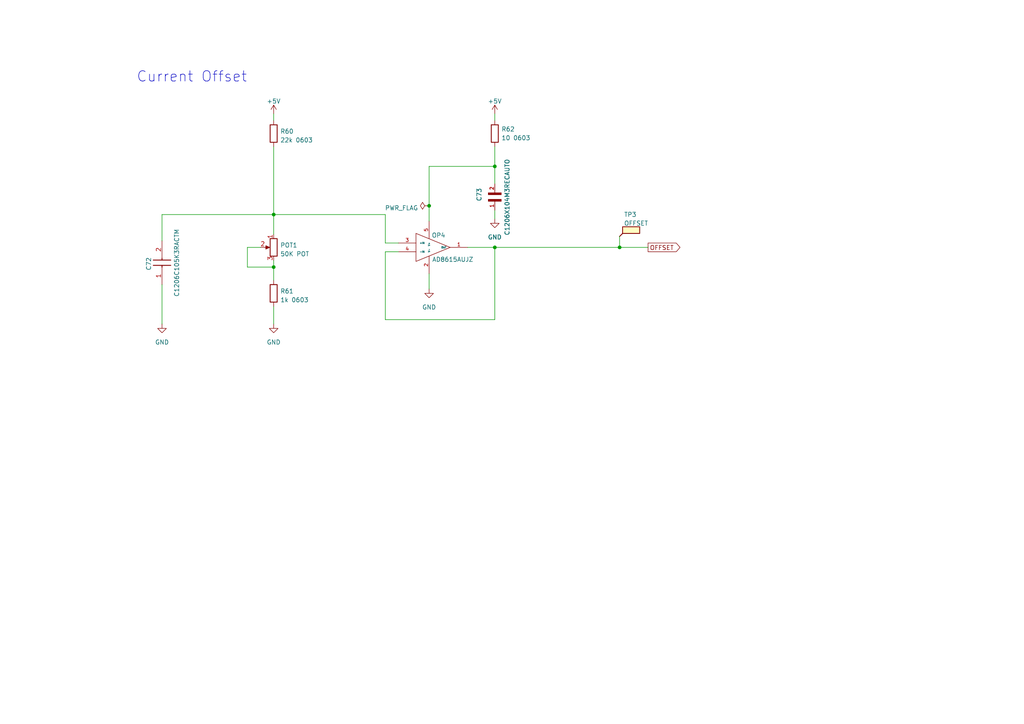
<source format=kicad_sch>
(kicad_sch (version 20231120) (generator "eeschema") (generator_version "8.0")
  (paper "A4")
  (lib_symbols
    (symbol "AD8615:AD8615AUJZ" (pin_names (offset 1.016))
      (property "Reference" "OP" (at 3.556 -12.954 0))
      (property "Value" "AD8615AUJZ" (at 8.128 -21.59 0))
      (symbol "AD8615AUJZ_0_0"
        (pin output line (at 11.176 -17.78 180) (length 5.08) (name "OUT") (number "1"))
        (pin power_in line (at 0 -25.4 90) (length 5.08) (name "V-") (number "2"))
        (pin input line (at -8.89 -16.51 0) (length 5.08) (name "+IN") (number "3"))
        (pin input line (at -8.89 -19.05 0) (length 5.08) (name "-IN") (number "4"))
        (pin power_in line (at 0 -10.16 270) (length 5.08) (name "V+") (number "5"))
      )
      (symbol "AD8615AUJZ_0_1"
        (polyline (pts (xy -3.81 -13.716) (xy -3.81 -21.844) (xy 6.096 -17.78) (xy -3.81 -13.716)))
      )
    )
    (symbol "C1206C105K3RACTM:C1206C105K3RACTM" (pin_names hide)
      (property "Reference" "C" (at 8.89 6.35 0))
      (property "Value" "C1206C105K3RACTM" (at 8.89 3.81 0))
      (symbol "C1206C105K3RACTM_1_1"
        (polyline (pts (xy 5.08 0) (xy 5.588 0)) (stroke (width 0.254)))
        (polyline (pts (xy 5.588 2.54) (xy 5.588 -2.54)) (stroke (width 0.254)))
        (polyline (pts (xy 7.112 0) (xy 7.62 0)) (stroke (width 0.254)))
        (polyline (pts (xy 7.112 2.54) (xy 7.112 -2.54)) (stroke (width 0.254)))
        (pin passive line (at 0 0 0) (length 5.08) (name "1") (number "1"))
        (pin passive line (at 12.7 0 180) (length 5.08) (name "2") (number "2"))
      )
    )
    (symbol "C1206X104M3RECAUTO:C1206X104M3RECAUTO" (pin_names (offset 1.016))
      (property "Reference" "C" (at 0 3.8109 0))
      (property "Value" "C1206X104M3RECAUTO" (at 0 -5.0885 0))
      (symbol "C1206X104M3RECAUTO_0_0"
        (rectangle (start 0 -1.9069) (end 0.635 1.905) (stroke (width 0.1)) (fill (type outline)))
        (rectangle (start 1.9069 -1.9069) (end 2.54 1.905) (stroke (width 0.1)) (fill (type outline)))
        (pin passive line (at -2.54 0 0) (length 2.54) (name "~") (number "1"))
        (pin passive line (at 5.08 0 180) (length 2.54) (name "~") (number "2"))
      )
    )
    (symbol "Connector:TestPoint_Flag" (pin_numbers hide) (pin_names (offset 0.762) hide)
      (property "Reference" "TP" (at 3.429 1.778 0))
      (property "Value" "TestPoint_Flag" (at 3.302 4.191 0))
      (symbol "TestPoint_Flag_0_1"
        (polyline (pts (xy 0 0) (xy 0.889 0.889)) (stroke (width 0.254)))
        (rectangle (start 0.889 2.794) (end 5.842 0.889) (stroke (width 0.254)) (fill (type background)))
      )
      (symbol "TestPoint_Flag_1_1"
        (pin passive line (at 0 0 90) (length 0) (name "1") (number "1"))
      )
    )
    (symbol "Device:R" (pin_numbers hide) (pin_names (offset 0))
      (property "Reference" "R" (at 2.032 0 90))
      (property "Value" "R" (at 0 0 90))
      (symbol "R_0_1"
        (rectangle (start -1.016 -2.54) (end 1.016 2.54) (stroke (width 0.254)))
      )
      (symbol "R_1_1"
        (pin passive line (at 0 3.81 270) (length 1.27) (name "~") (number "1"))
        (pin passive line (at 0 -3.81 90) (length 1.27) (name "~") (number "2"))
      )
    )
    (symbol "Device:R_Potentiometer" (pin_names (offset 1.016) hide)
      (property "Reference" "RV" (at -4.445 0 90))
      (property "Value" "R_Potentiometer" (at -2.54 0 90))
      (symbol "R_Potentiometer_0_1"
        (polyline (pts (xy 2.54 0) (xy 1.524 0)))
        (polyline (pts (xy 1.143 0) (xy 2.286 0.508) (xy 2.286 -0.508) (xy 1.143 0)) (fill (type outline)))
        (rectangle (start 1.016 2.54) (end -1.016 -2.54) (stroke (width 0.254)))
      )
      (symbol "R_Potentiometer_1_1"
        (pin passive line (at 0 3.81 270) (length 1.27) (name "1") (number "1"))
        (pin passive line (at 3.81 0 180) (length 1.27) (name "2") (number "2"))
        (pin passive line (at 0 -3.81 90) (length 1.27) (name "3") (number "3"))
      )
    )
    (symbol "power:+5V" (power) (pin_names (offset 0))
      (property "Value" "+5V" (at 0 3.556 0))
      (symbol "+5V_0_1"
        (polyline (pts (xy -0.762 1.27) (xy 0 2.54)))
        (polyline (pts (xy 0 0) (xy 0 2.54)))
        (polyline (pts (xy 0 2.54) (xy 0.762 1.27)))
      )
      (symbol "+5V_1_1"
        (pin power_in line (at 0 0 90) (length 0) hide (name "+5V") (number "1"))
      )
    )
    (symbol "power:GND" (power) (pin_names (offset 0))
      (property "Value" "GND" (at 0 -3.81 0))
      (symbol "GND_0_1"
        (polyline (pts (xy 0 0) (xy 0 -1.27) (xy 1.27 -1.27) (xy 0 -2.54) (xy -1.27 -1.27) (xy 0 -1.27)))
      )
      (symbol "GND_1_1"
        (pin power_in line (at 0 0 270) (length 0) hide (name "GND") (number "1"))
      )
    )
    (symbol "power:PWR_FLAG" (power) (pin_numbers hide) (pin_names (offset 0) hide)
      (property "Value" "PWR_FLAG" (at 0 3.81 0))
      (symbol "PWR_FLAG_0_0"
        (pin power_out line (at 0 0 90) (length 0) (name "pwr") (number "1"))
      )
      (symbol "PWR_FLAG_0_1"
        (polyline (pts (xy 0 0) (xy 0 1.27) (xy -1.016 1.905) (xy 0 2.54) (xy 1.016 1.905) (xy 0 1.27)))
      )
    )
  )
  (junction (at 79.375 77.47))
  (junction (at 179.705 71.755))
  (junction (at 79.375 62.23))
  (junction (at 143.51 48.26))
  (junction (at 143.51 71.755))
  (junction (at 124.46 59.69))
  (wire (pts (xy 135.636 71.755) (xy 143.51 71.755)))
  (wire (pts (xy 143.51 33.02) (xy 143.51 34.925)))
  (wire (pts (xy 111.76 62.23) (xy 79.375 62.23)))
  (wire (pts (xy 124.46 64.135) (xy 124.46 59.69)))
  (wire (pts (xy 115.57 70.485) (xy 111.76 70.485)))
  (wire (pts (xy 111.76 73.025) (xy 115.57 73.025)))
  (wire (pts (xy 179.705 71.755) (xy 187.96 71.755)))
  (wire (pts (xy 46.99 82.55) (xy 46.99 93.98)))
  (wire (pts (xy 124.46 79.375) (xy 124.46 83.82)))
  (wire (pts (xy 79.375 62.23) (xy 79.375 67.945)))
  (wire (pts (xy 143.51 71.755) (xy 179.705 71.755)))
  (wire (pts (xy 79.375 77.47) (xy 79.375 81.28)))
  (wire (pts (xy 79.375 62.23) (xy 46.99 62.23)))
  (wire (pts (xy 143.51 60.96) (xy 143.51 63.5)))
  (wire (pts (xy 111.76 73.025) (xy 111.76 92.71)))
  (wire (pts (xy 79.375 75.565) (xy 79.375 77.47)))
  (wire (pts (xy 71.755 71.755) (xy 71.755 77.47)))
  (wire (pts (xy 143.51 42.545) (xy 143.51 48.26)))
  (wire (pts (xy 124.46 59.69) (xy 124.46 48.26)))
  (wire (pts (xy 79.375 88.9) (xy 79.375 93.98)))
  (wire (pts (xy 111.76 92.71) (xy 143.51 92.71)))
  (wire (pts (xy 124.46 48.26) (xy 143.51 48.26)))
  (wire (pts (xy 143.51 48.26) (xy 143.51 53.34)))
  (wire (pts (xy 79.375 42.545) (xy 79.375 62.23)))
  (wire (pts (xy 179.705 68.58) (xy 179.705 71.755)))
  (wire (pts (xy 143.51 71.755) (xy 143.51 92.71)))
  (wire (pts (xy 71.755 77.47) (xy 79.375 77.47)))
  (wire (pts (xy 111.76 70.485) (xy 111.76 62.23)))
  (wire (pts (xy 75.565 71.755) (xy 71.755 71.755)))
  (wire (pts (xy 79.375 33.02) (xy 79.375 34.925)))
  (wire (pts (xy 46.99 62.23) (xy 46.99 69.85)))
  (text "Current Offset" (at 71.755 24.13 0) (effects (font (size 3 3)) (justify right bottom)))
  (global_label "OFFSET" (shape output) (at 187.96 71.755 0) (property "Intersheetrefs" "${INTERSHEET_REFS}" (effects (hide yes))))
  (symbol (lib_id "Device:R") (at 79.375 38.735 0) (unit 1)
    (property "Reference" "R60" (at 81.28 38.1 0) (effects (justify left)))
    (property "Value" "22k 0603" (at 81.28 40.64 0) (effects (justify left)))
    (property "Footprint" "Resistor-Footprint:R60" (effects (hide yes)))
  )
  (symbol (lib_id "power:+5V") (at 79.375 33.02 0) (unit 1)
    (property "Reference" "#PWR044" (effects (hide yes)))
    (property "Value" "+5V" (at 79.375 29.3624 0))
  )
  (symbol (lib_id "Device:R") (at 79.375 85.09 0) (unit 1)
    (property "Reference" "R61" (at 81.28 84.455 0) (effects (justify left)))
    (property "Value" "1k 0603" (at 81.28 86.995 0) (effects (justify left)))
    (property "Footprint" "Resistor-Footprint:R61" (effects (hide yes)))
  )
  (symbol (lib_id "power:GND") (at 46.99 93.98 0) (unit 1)
    (property "Reference" "#PWR043" (effects (hide yes)))
    (property "Value" "GND" (at 46.99 99.2632 0))
  )
  (symbol (lib_id "Connector:TestPoint_Flag") (at 179.705 68.58 0) (unit 1)
    (property "Reference" "TP3" (at 180.975 62.23 0) (effects (justify left)))
    (property "Value" "OFFSET" (at 180.975 64.77 0) (effects (justify left)))
  )
  (symbol (lib_id "C1206X104M3RECAUTO:C1206X104M3RECAUTO") (at 143.51 58.42 90) (unit 1)
    (property "Reference" "C73" (at 139.6991 58.42 0) (effects (justify left bottom)))
    (property "Value" "C1206X104M3RECAUTO" (at 147.828 68.326 0) (effects (justify left bottom)))
    (property "Footprint" "Capacitor-Footprints-1206:CAPC3316X140N" (effects (hide yes)))
  )
  (symbol (lib_id "C1206C105K3RACTM:C1206C105K3RACTM") (at 46.99 82.55 90) (unit 1)
    (property "Reference" "C72" (at 42.418 78.486 0) (effects (justify left top)))
    (property "Value" "C1206C105K3RACTM" (at 50.546 86.106 0) (effects (justify left top)))
    (property "Footprint" "Capacitor-Footprints-1206:C72" (effects (hide yes)))
    (property "Datasheet" "https://content.kemet.com/datasheets/KEM_C1002_X7R_SMD.pdf" (effects (hide yes)))
    (property "Description" "SMD Comm X7R, Ceramic, 1 uF, 10%, 25 VDC, 62.5 VDC, 125C, -55C, X7R, SMD, MLCC, Temperature Stable, Class II, 3.5 % , 500 MOhms, 31 mg, 1206, 3.2mm, 1.6mm, 1.2mm, 0.5mm, 2500, 78  Weeks, 80" (effects (hide yes)))
    (property "Mouser Part Number" "80-C1206C105K3RACTM" (effects (hide yes)))
    (property "Mouser Price/Stock" "https://www.mouser.co.uk/ProductDetail/KEMET/C1206C105K3RACTM?qs=ED%252B2xvMfDz3XPPQCqty55A%3D%3D" (effects (hide yes)))
    (property "Manufacturer_Name" "KEMET" (effects (hide yes)))
    (property "Manufacturer_Part_Number" "C1206C105K3RACTM" (effects (hide yes)))
  )
  (symbol (lib_id "Device:R") (at 143.51 38.735 0) (unit 1)
    (property "Reference" "R62" (at 145.415 37.465 0) (effects (justify left)))
    (property "Value" "10 0603" (at 145.415 40.005 0) (effects (justify left)))
    (property "Footprint" "Resistor-Footprint:R12" (effects (hide yes)))
  )
  (symbol (lib_id "power:GND") (at 124.46 83.82 0) (unit 1)
    (property "Reference" "#PWR046" (effects (hide yes)))
    (property "Value" "GND" (at 124.46 89.1032 0))
  )
  (symbol (lib_id "power:GND") (at 79.375 93.98 0) (unit 1)
    (property "Reference" "#PWR045" (effects (hide yes)))
    (property "Value" "GND" (at 79.375 99.2632 0))
  )
  (symbol (lib_id "power:GND") (at 143.51 63.5 0) (unit 1)
    (property "Reference" "#PWR048" (effects (hide yes)))
    (property "Value" "GND" (at 143.51 68.7832 0))
  )
  (symbol (lib_id "AD8615:AD8615AUJZ") (at 124.46 53.975 0) (unit 1)
    (property "Reference" "OP4" (at 127.2032 68.2498 0))
    (property "Value" "AD8615AUJZ" (at 131.318 75.2602 0))
    (property "Footprint" "infineon-library-footprints:AD8615" (effects (hide yes)))
    (property "Description" "\nPrecision 20 MHz CMOS Single RRIO Operational Amplifier\n" (effects (hide yes)))
    (property "MF" "Analog Devices" (effects (hide yes)))
    (property "PACKAGE" "SOT-23-5" (effects (hide yes)))
    (property "MPN" "AD8615AUJZ" (effects (hide yes)))
    (property "Price" "None" (effects (hide yes)))
    (property "Package" "TSOT-5 Analog Devices" (effects (hide yes)))
    (property "OC_FARNELL" "9079408" (effects (hide yes)))
    (property "SnapEDA_Link" "https://www.snapeda.com/parts/AD8615AUJZ-REEL7/Analog+Devices/view-part/?ref=snap" (effects (hide yes)))
    (property "MP" "AD8615AUJZ-REEL7" (effects (hide yes)))
    (property "Purchase-URL" "https://www.snapeda.com/api/url_track_click_mouser/?unipart_id=45535&manufacturer=Analog Devices&part_name=AD8615AUJZ-REEL7&search_term=ad8615" (effects (hide yes)))
    (property "SUPPLIER" "Analog Devices" (effects (hide yes)))
    (property "OC_NEWARK" "31M4569" (effects (hide yes)))
    (property "Availability" "In Stock" (effects (hide yes)))
    (property "Check_prices" "https://www.snapeda.com/parts/AD8615AUJZ-REEL7/Analog+Devices/view-part/?ref=eda" (effects (hide yes)))
  )
  (symbol (lib_id "power:PWR_FLAG") (at 124.46 59.69 90) (unit 1)
    (property "Reference" "#FLG04" (effects (hide yes)))
    (property "Value" "PWR_FLAG" (at 121.285 60.325 90) (effects (justify left)))
  )
  (symbol (lib_id "power:+5V") (at 143.51 33.02 0) (unit 1)
    (property "Reference" "#PWR047" (effects (hide yes)))
    (property "Value" "+5V" (at 143.51 29.3624 0))
  )
  (symbol (lib_id "Device:R_Potentiometer") (at 79.375 71.755 0) (mirror y) (unit 1)
    (property "Reference" "POT1" (at 81.28 71.12 0) (effects (justify right)))
    (property "Value" "50K POT" (at 81.28 73.66 0) (effects (justify right)))
    (property "Footprint" "just-footprints:POT2" (effects (hide yes)))
  )
)
</source>
